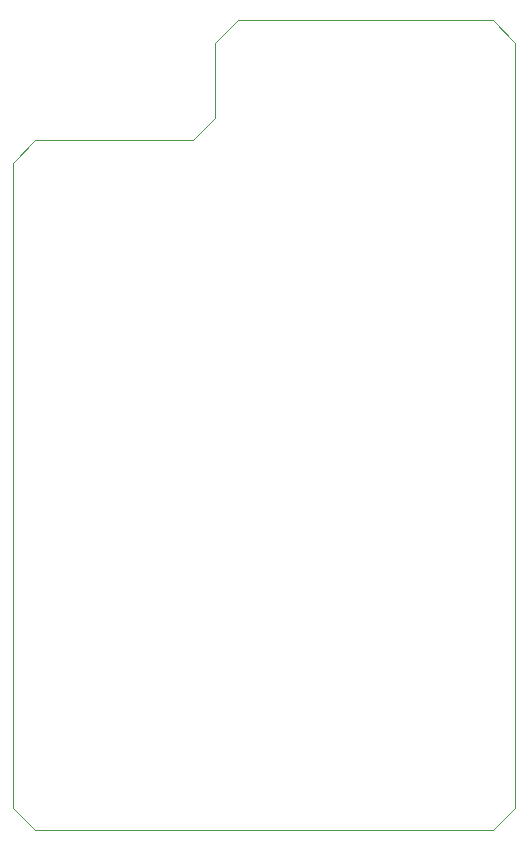
<source format=gbr>
%TF.GenerationSoftware,KiCad,Pcbnew,(5.1.10)-1*%
%TF.CreationDate,2022-03-17T12:17:49-05:00*%
%TF.ProjectId,gummyswitch,67756d6d-7973-4776-9974-63682e6b6963,rev?*%
%TF.SameCoordinates,Original*%
%TF.FileFunction,Profile,NP*%
%FSLAX46Y46*%
G04 Gerber Fmt 4.6, Leading zero omitted, Abs format (unit mm)*
G04 Created by KiCad (PCBNEW (5.1.10)-1) date 2022-03-17 12:17:49*
%MOMM*%
%LPD*%
G01*
G04 APERTURE LIST*
%TA.AperFunction,Profile*%
%ADD10C,0.050000*%
%TD*%
G04 APERTURE END LIST*
D10*
X95250000Y-39370000D02*
X97155000Y-37465000D01*
X135890000Y-95885000D02*
X137795000Y-93980000D01*
X95250000Y-93980000D02*
X97155000Y-95885000D01*
X137795000Y-29210000D02*
X137795000Y-93980000D01*
X135890000Y-27305000D02*
X137795000Y-29210000D01*
X114300000Y-27305000D02*
X135890000Y-27305000D01*
X112395000Y-29210000D02*
X114300000Y-27305000D01*
X112395000Y-35560000D02*
X112395000Y-29210000D01*
X110490000Y-37465000D02*
X112395000Y-35560000D01*
X97155000Y-37465000D02*
X110490000Y-37465000D01*
X95250000Y-93980000D02*
X95250000Y-39370000D01*
X135890000Y-95885000D02*
X97155000Y-95885000D01*
M02*

</source>
